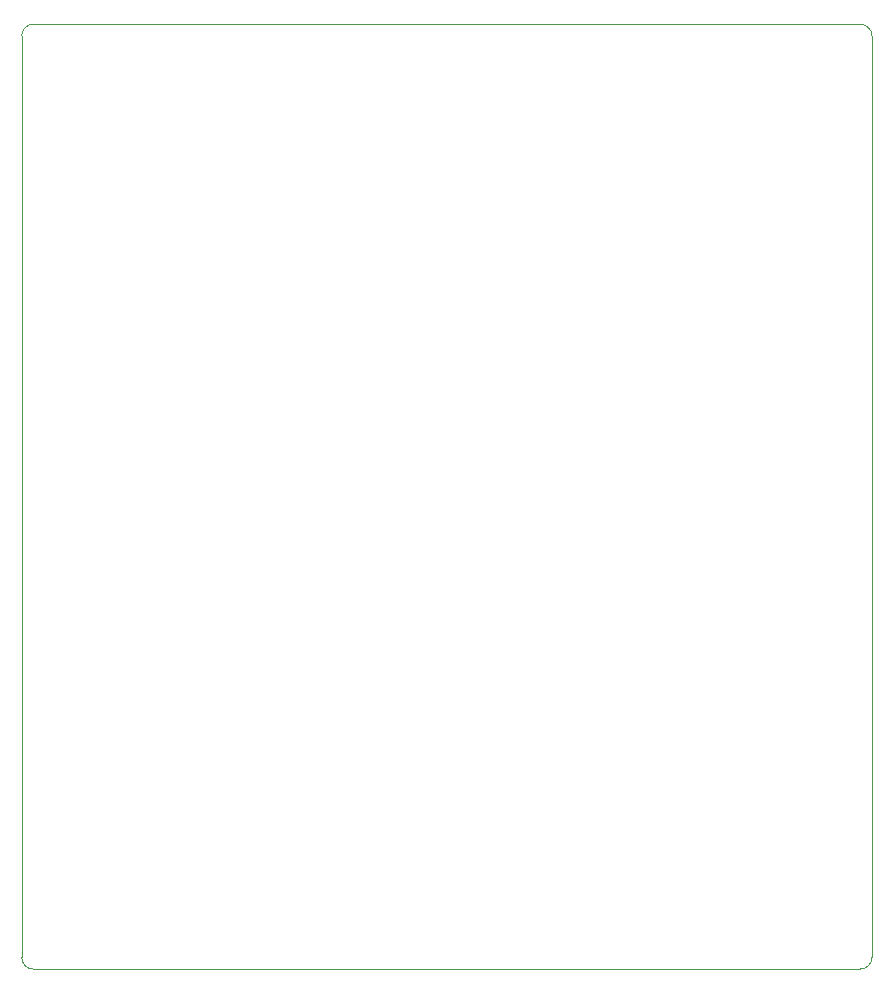
<source format=gm1>
%TF.GenerationSoftware,KiCad,Pcbnew,9.0.7*%
%TF.CreationDate,2026-03-02T03:21:03+09:00*%
%TF.ProjectId,mixtee-key-pcb,6d697874-6565-42d6-9b65-792d7063622e,rev?*%
%TF.SameCoordinates,Original*%
%TF.FileFunction,Profile,NP*%
%FSLAX46Y46*%
G04 Gerber Fmt 4.6, Leading zero omitted, Abs format (unit mm)*
G04 Created by KiCad (PCBNEW 9.0.7) date 2026-03-02 03:21:03*
%MOMM*%
%LPD*%
G01*
G04 APERTURE LIST*
%TA.AperFunction,Profile*%
%ADD10C,0.050000*%
%TD*%
G04 APERTURE END LIST*
D10*
X1000000Y0D02*
X71000000Y0D01*
X0Y-1000000D02*
G75*
G02*
X1000000Y0I1000023J-23D01*
G01*
X71000000Y0D02*
G75*
G02*
X72000000Y-1000000I0J-1000000D01*
G01*
X1000000Y-80000000D02*
G75*
G02*
X0Y-79000000I23J1000023D01*
G01*
X72000000Y-79000000D02*
G75*
G02*
X71000000Y-80000000I-1000000J0D01*
G01*
X72000000Y-1000000D02*
X72000000Y-79000000D01*
X0Y-79000000D02*
X0Y-1000000D01*
X71000000Y-80000000D02*
X1000000Y-80000000D01*
M02*

</source>
